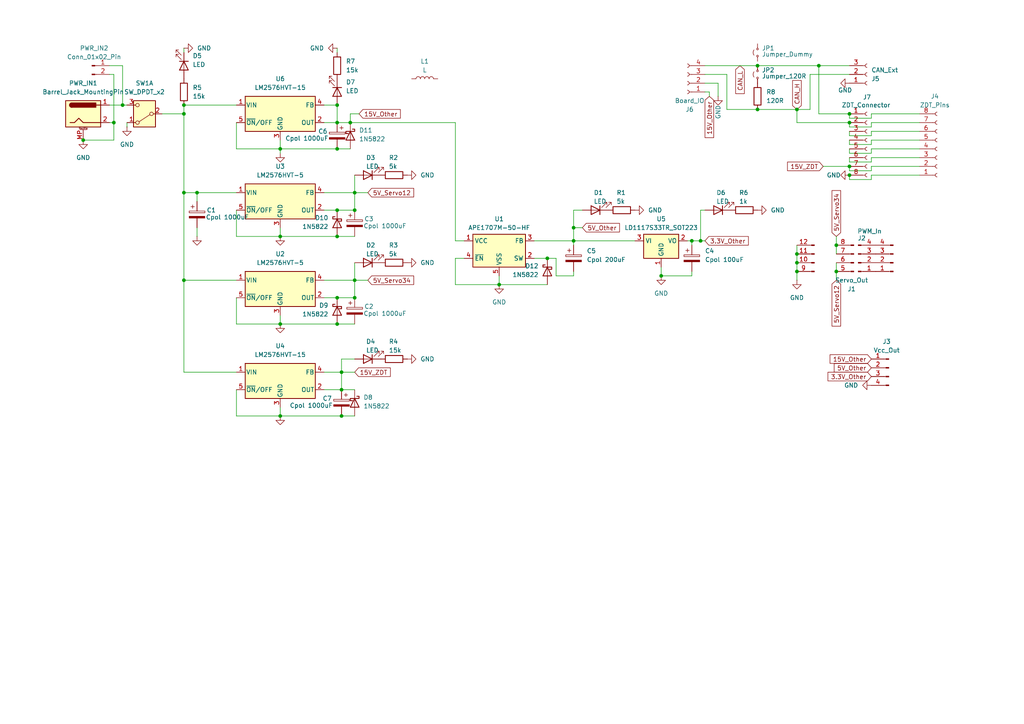
<source format=kicad_sch>
(kicad_sch (version 20250114) (generator "eeschema") (generator_version "9.0")
  (paper "A4")
  (lib_symbols
    (symbol "Connector:Barrel_Jack_MountingPin" (pin_names (hide yes))
      (property "Reference" "J" (at 0 5.334 0))
      (property "Value" "Barrel_Jack_MountingPin" (at 1.27 -6.35 0))
      (symbol "Barrel_Jack_MountingPin_0_1"
        (rectangle (start -5.08 3.81) (end 5.08 -3.81) (stroke (width 0.254)) (fill (type background)))
        (polyline (pts (xy -3.81 -2.54) (xy -2.54 -2.54) (xy -1.27 -1.27) (xy 0 -2.54) (xy 2.54 -2.54) (xy 5.08 -2.54)) (stroke (width 0.254)))
        (arc (start -3.302 1.905) (mid -3.9343 2.54) (end -3.302 3.175) (stroke (width 0.254)))
        (arc (start -3.302 1.905) (mid -3.9343 2.54) (end -3.302 3.175) (stroke (width 0.254)) (fill (type outline)))
        (rectangle (start 3.683 3.175) (end -3.302 1.905) (stroke (width 0.254)) (fill (type outline)))
        (polyline (pts (xy 5.08 2.54) (xy 3.81 2.54)) (stroke (width 0.254)))
      )
      (symbol "Barrel_Jack_MountingPin_1_1"
        (polyline (pts (xy -1.016 -4.572) (xy 1.016 -4.572)) (stroke (width 0.1524)))
        (text "Mounting" (at 0 -4.191 0) (effects (font (size 0.381 0.381))))
        (pin passive line (at 0 -7.62 90) (length 3.048) (name "MountPin") (number "MP"))
        (pin passive line (at 7.62 2.54 180) (length 2.54) (name "~") (number "1"))
        (pin passive line (at 7.62 -2.54 180) (length 2.54) (name "~") (number "2"))
      )
    )
    (symbol "Connector:Conn_01x02_Pin" (pin_names (offset 1.016) (hide yes))
      (property "Reference" "J" (at 0 2.54 0))
      (property "Value" "Conn_01x02_Pin" (at 0 -5.08 0))
      (symbol "Conn_01x02_Pin_1_1"
        (rectangle (start 0.8636 0.127) (end 0 -0.127) (stroke (width 0.1524)) (fill (type outline)))
        (rectangle (start 0.8636 -2.413) (end 0 -2.667) (stroke (width 0.1524)) (fill (type outline)))
        (polyline (pts (xy 1.27 0) (xy 0.8636 0)) (stroke (width 0.1524)))
        (polyline (pts (xy 1.27 -2.54) (xy 0.8636 -2.54)) (stroke (width 0.1524)))
        (pin passive line (at 5.08 0 180) (length 3.81) (name "Pin_1") (number "1"))
        (pin passive line (at 5.08 -2.54 180) (length 3.81) (name "Pin_2") (number "2"))
      )
    )
    (symbol "Connector:Conn_01x03_Socket" (pin_names (offset 1.016) (hide yes))
      (property "Reference" "J" (at 0 5.08 0))
      (property "Value" "Conn_01x03_Socket" (at 0 -5.08 0))
      (symbol "Conn_01x03_Socket_1_1"
        (polyline (pts (xy -1.27 2.54) (xy -0.508 2.54)) (stroke (width 0.1524)))
        (polyline (pts (xy -1.27 0) (xy -0.508 0)) (stroke (width 0.1524)))
        (polyline (pts (xy -1.27 -2.54) (xy -0.508 -2.54)) (stroke (width 0.1524)))
        (arc (start 0 2.032) (mid -0.5058 2.54) (end 0 3.048) (stroke (width 0.1524)))
        (arc (start 0 -0.508) (mid -0.5058 0) (end 0 0.508) (stroke (width 0.1524)))
        (arc (start 0 -3.048) (mid -0.5058 -2.54) (end 0 -2.032) (stroke (width 0.1524)))
        (pin passive line (at -5.08 2.54 0) (length 3.81) (name "Pin_1") (number "1"))
        (pin passive line (at -5.08 0 0) (length 3.81) (name "Pin_2") (number "2"))
        (pin passive line (at -5.08 -2.54 0) (length 3.81) (name "Pin_3") (number "3"))
      )
    )
    (symbol "Connector:Conn_01x04_Pin" (pin_names (offset 1.016) (hide yes))
      (property "Reference" "J" (at 0 5.08 0))
      (property "Value" "Conn_01x04_Pin" (at 0 -7.62 0))
      (symbol "Conn_01x04_Pin_1_1"
        (rectangle (start 0.8636 2.667) (end 0 2.413) (stroke (width 0.1524)) (fill (type outline)))
        (rectangle (start 0.8636 0.127) (end 0 -0.127) (stroke (width 0.1524)) (fill (type outline)))
        (rectangle (start 0.8636 -2.413) (end 0 -2.667) (stroke (width 0.1524)) (fill (type outline)))
        (rectangle (start 0.8636 -4.953) (end 0 -5.207) (stroke (width 0.1524)) (fill (type outline)))
        (polyline (pts (xy 1.27 2.54) (xy 0.8636 2.54)) (stroke (width 0.1524)))
        (polyline (pts (xy 1.27 0) (xy 0.8636 0)) (stroke (width 0.1524)))
        (polyline (pts (xy 1.27 -2.54) (xy 0.8636 -2.54)) (stroke (width 0.1524)))
        (polyline (pts (xy 1.27 -5.08) (xy 0.8636 -5.08)) (stroke (width 0.1524)))
        (pin passive line (at 5.08 2.54 180) (length 3.81) (name "Pin_1") (number "1"))
        (pin passive line (at 5.08 0 180) (length 3.81) (name "Pin_2") (number "2"))
        (pin passive line (at 5.08 -2.54 180) (length 3.81) (name "Pin_3") (number "3"))
        (pin passive line (at 5.08 -5.08 180) (length 3.81) (name "Pin_4") (number "4"))
      )
    )
    (symbol "Connector:Conn_01x04_Socket" (pin_names (offset 1.016) (hide yes))
      (property "Reference" "J" (at 0 5.08 0))
      (property "Value" "Conn_01x04_Socket" (at 0 -7.62 0))
      (symbol "Conn_01x04_Socket_1_1"
        (polyline (pts (xy -1.27 2.54) (xy -0.508 2.54)) (stroke (width 0.1524)))
        (polyline (pts (xy -1.27 0) (xy -0.508 0)) (stroke (width 0.1524)))
        (polyline (pts (xy -1.27 -2.54) (xy -0.508 -2.54)) (stroke (width 0.1524)))
        (polyline (pts (xy -1.27 -5.08) (xy -0.508 -5.08)) (stroke (width 0.1524)))
        (arc (start 0 2.032) (mid -0.5058 2.54) (end 0 3.048) (stroke (width 0.1524)))
        (arc (start 0 -0.508) (mid -0.5058 0) (end 0 0.508) (stroke (width 0.1524)))
        (arc (start 0 -3.048) (mid -0.5058 -2.54) (end 0 -2.032) (stroke (width 0.1524)))
        (arc (start 0 -5.588) (mid -0.5058 -5.08) (end 0 -4.572) (stroke (width 0.1524)))
        (pin passive line (at -5.08 2.54 0) (length 3.81) (name "Pin_1") (number "1"))
        (pin passive line (at -5.08 0 0) (length 3.81) (name "Pin_2") (number "2"))
        (pin passive line (at -5.08 -2.54 0) (length 3.81) (name "Pin_3") (number "3"))
        (pin passive line (at -5.08 -5.08 0) (length 3.81) (name "Pin_4") (number "4"))
      )
    )
    (symbol "Connector:Conn_01x08_Socket" (pin_names (offset 1.016) (hide yes))
      (property "Reference" "J" (at 0 10.16 0))
      (property "Value" "Conn_01x08_Socket" (at 0 -12.7 0))
      (symbol "Conn_01x08_Socket_1_1"
        (polyline (pts (xy -1.27 7.62) (xy -0.508 7.62)) (stroke (width 0.1524)))
        (polyline (pts (xy -1.27 5.08) (xy -0.508 5.08)) (stroke (width 0.1524)))
        (polyline (pts (xy -1.27 2.54) (xy -0.508 2.54)) (stroke (width 0.1524)))
        (polyline (pts (xy -1.27 0) (xy -0.508 0)) (stroke (width 0.1524)))
        (polyline (pts (xy -1.27 -2.54) (xy -0.508 -2.54)) (stroke (width 0.1524)))
        (polyline (pts (xy -1.27 -5.08) (xy -0.508 -5.08)) (stroke (width 0.1524)))
        (polyline (pts (xy -1.27 -7.62) (xy -0.508 -7.62)) (stroke (width 0.1524)))
        (polyline (pts (xy -1.27 -10.16) (xy -0.508 -10.16)) (stroke (width 0.1524)))
        (arc (start 0 7.112) (mid -0.5058 7.62) (end 0 8.128) (stroke (width 0.1524)))
        (arc (start 0 4.572) (mid -0.5058 5.08) (end 0 5.588) (stroke (width 0.1524)))
        (arc (start 0 2.032) (mid -0.5058 2.54) (end 0 3.048) (stroke (width 0.1524)))
        (arc (start 0 -0.508) (mid -0.5058 0) (end 0 0.508) (stroke (width 0.1524)))
        (arc (start 0 -3.048) (mid -0.5058 -2.54) (end 0 -2.032) (stroke (width 0.1524)))
        (arc (start 0 -5.588) (mid -0.5058 -5.08) (end 0 -4.572) (stroke (width 0.1524)))
        (arc (start 0 -8.128) (mid -0.5058 -7.62) (end 0 -7.112) (stroke (width 0.1524)))
        (arc (start 0 -10.668) (mid -0.5058 -10.16) (end 0 -9.652) (stroke (width 0.1524)))
        (pin passive line (at -5.08 7.62 0) (length 3.81) (name "Pin_1") (number "1"))
        (pin passive line (at -5.08 5.08 0) (length 3.81) (name "Pin_2") (number "2"))
        (pin passive line (at -5.08 2.54 0) (length 3.81) (name "Pin_3") (number "3"))
        (pin passive line (at -5.08 0 0) (length 3.81) (name "Pin_4") (number "4"))
        (pin passive line (at -5.08 -2.54 0) (length 3.81) (name "Pin_5") (number "5"))
        (pin passive line (at -5.08 -5.08 0) (length 3.81) (name "Pin_6") (number "6"))
        (pin passive line (at -5.08 -7.62 0) (length 3.81) (name "Pin_7") (number "7"))
        (pin passive line (at -5.08 -10.16 0) (length 3.81) (name "Pin_8") (number "8"))
      )
    )
    (symbol "Device:C_Polarized" (pin_numbers (hide yes)) (pin_names (offset 0.254))
      (property "Reference" "C" (at 0.635 2.54 0))
      (property "Value" "C_Polarized" (at 0.635 -2.54 0))
      (symbol "C_Polarized_0_1"
        (rectangle (start -2.286 0.508) (end 2.286 1.016))
        (polyline (pts (xy -1.778 2.286) (xy -0.762 2.286)))
        (polyline (pts (xy -1.27 2.794) (xy -1.27 1.778)))
        (rectangle (start 2.286 -0.508) (end -2.286 -1.016) (fill (type outline)))
      )
      (symbol "C_Polarized_1_1"
        (pin passive line (at 0 3.81 270) (length 2.794) (name "~") (number "1"))
        (pin passive line (at 0 -3.81 90) (length 2.794) (name "~") (number "2"))
      )
    )
    (symbol "Device:L" (pin_numbers (hide yes)) (pin_names (offset 1.016) (hide yes))
      (property "Reference" "L" (at -1.27 0 90))
      (property "Value" "L" (at 1.905 0 90))
      (symbol "L_0_1"
        (arc (start 0 2.54) (mid 0.6323 1.905) (end 0 1.27))
        (arc (start 0 1.27) (mid 0.6323 0.635) (end 0 0))
        (arc (start 0 0) (mid 0.6323 -0.635) (end 0 -1.27))
        (arc (start 0 -1.27) (mid 0.6323 -1.905) (end 0 -2.54))
      )
      (symbol "L_1_1"
        (pin passive line (at 0 3.81 270) (length 1.27) (name "1") (number "1"))
        (pin passive line (at 0 -3.81 90) (length 1.27) (name "2") (number "2"))
      )
    )
    (symbol "Device:LED" (pin_numbers (hide yes)) (pin_names (offset 1.016) (hide yes))
      (property "Reference" "D" (at 0 2.54 0))
      (property "Value" "LED" (at 0 -2.54 0))
      (symbol "LED_0_1"
        (polyline (pts (xy -3.048 -0.762) (xy -4.572 -2.286) (xy -3.81 -2.286) (xy -4.572 -2.286) (xy -4.572 -1.524)))
        (polyline (pts (xy -1.778 -0.762) (xy -3.302 -2.286) (xy -2.54 -2.286) (xy -3.302 -2.286) (xy -3.302 -1.524)))
        (polyline (pts (xy -1.27 0) (xy 1.27 0)))
        (polyline (pts (xy -1.27 -1.27) (xy -1.27 1.27)) (stroke (width 0.254)))
        (polyline (pts (xy 1.27 -1.27) (xy 1.27 1.27) (xy -1.27 0) (xy 1.27 -1.27)) (stroke (width 0.254)))
      )
      (symbol "LED_1_1"
        (pin passive line (at -3.81 0 0) (length 2.54) (name "K") (number "1"))
        (pin passive line (at 3.81 0 180) (length 2.54) (name "A") (number "2"))
      )
    )
    (symbol "Device:R" (pin_numbers (hide yes)) (pin_names (offset 0))
      (property "Reference" "R" (at 2.032 0 90))
      (property "Value" "R" (at 0 0 90))
      (symbol "R_0_1"
        (rectangle (start -1.016 -2.54) (end 1.016 2.54) (stroke (width 0.254)))
      )
      (symbol "R_1_1"
        (pin passive line (at 0 3.81 270) (length 1.27) (name "~") (number "1"))
        (pin passive line (at 0 -3.81 90) (length 1.27) (name "~") (number "2"))
      )
    )
    (symbol "Diode:1N5822" (pin_numbers (hide yes)) (pin_names (offset 1.016) (hide yes))
      (property "Reference" "D" (at 0 2.54 0))
      (property "Value" "1N5822" (at 0 -2.54 0))
      (symbol "1N5822_0_1"
        (polyline (pts (xy -1.905 0.635) (xy -1.905 1.27) (xy -1.27 1.27) (xy -1.27 -1.27) (xy -0.635 -1.27) (xy -0.635 -0.635)) (stroke (width 0.254)))
        (polyline (pts (xy 1.27 1.27) (xy 1.27 -1.27) (xy -1.27 0) (xy 1.27 1.27)) (stroke (width 0.254)))
        (polyline (pts (xy 1.27 0) (xy -1.27 0)))
      )
      (symbol "1N5822_1_1"
        (pin passive line (at -3.81 0 0) (length 2.54) (name "K") (number "1"))
        (pin passive line (at 3.81 0 180) (length 2.54) (name "A") (number "2"))
      )
    )
    (symbol "Jumper:Jumper_2_Small_Open" (pin_numbers (hide yes)) (pin_names (offset 0) (hide yes))
      (property "Reference" "JP" (at 0 2.794 0))
      (property "Value" "Jumper_2_Small_Open" (at 0 -2.286 0))
      (symbol "Jumper_2_Small_Open_0_0"
        (circle (center -1.016 0) (radius 0.254))
        (circle (center 1.016 0) (radius 0.254))
      )
      (symbol "Jumper_2_Small_Open_0_1"
        (arc (start -0.762 1.0196) (mid 0 1.2729) (end 0.762 1.0196))
      )
      (symbol "Jumper_2_Small_Open_1_1"
        (pin passive line (at -2.54 0 0) (length 1.27) (name "A") (number "1"))
        (pin passive line (at 2.54 0 180) (length 1.27) (name "B") (number "2"))
      )
    )
    (symbol "Regulator_Linear:LD1117S33TR_SOT223"
      (property "Reference" "U" (at -3.81 3.175 0))
      (property "Value" "LD1117S33TR_SOT223" (at 0 3.175 0))
      (symbol "LD1117S33TR_SOT223_0_1"
        (rectangle (start -5.08 -5.08) (end 5.08 1.905) (stroke (width 0.254)) (fill (type background)))
      )
      (symbol "LD1117S33TR_SOT223_1_1"
        (pin power_in line (at -7.62 0 0) (length 2.54) (name "VI") (number "3"))
        (pin power_in line (at 0 -7.62 90) (length 2.54) (name "GND") (number "1"))
        (pin power_out line (at 7.62 0 180) (length 2.54) (name "VO") (number "2"))
      )
    )
    (symbol "Regulator_Switching:APE1707M-50-HF"
      (property "Reference" "U" (at -7.62 5.715 0))
      (property "Value" "APE1707M-50-HF" (at 0 5.715 0))
      (symbol "APE1707M-50-HF_0_1"
        (rectangle (start -7.62 4.445) (end 7.62 -5.08) (stroke (width 0.254)) (fill (type background)))
      )
      (symbol "APE1707M-50-HF_1_1"
        (pin power_in line (at -10.16 2.54 0) (length 2.54) (name "VCC") (number "1"))
        (pin input line (at -10.16 -2.54 0) (length 2.54) (name "~{EN}") (number "4"))
        (pin power_in line (at 0 -7.62 90) (length 2.54) (name "VSS") (number "5"))
        (pin passive line (at 0 -7.62 90) (length 2.54) (hide yes) (name "VSS") (number "6"))
        (pin passive line (at 0 -7.62 90) (length 2.54) (hide yes) (name "VSS") (number "7"))
        (pin passive line (at 0 -7.62 90) (length 2.54) (hide yes) (name "VSS") (number "8"))
        (pin input line (at 10.16 2.54 180) (length 2.54) (name "FB") (number "3"))
        (pin output line (at 10.16 -2.54 180) (length 2.54) (name "SW") (number "2"))
      )
    )
    (symbol "Regulator_Switching:LM2576HVT-15" (pin_names (offset 0.254))
      (property "Reference" "U" (at -10.16 6.35 0))
      (property "Value" "LM2576HVT-15" (at 0 6.35 0))
      (symbol "LM2576HVT-15_0_1"
        (rectangle (start -10.16 5.08) (end 10.16 -5.08) (stroke (width 0.254)) (fill (type background)))
      )
      (symbol "LM2576HVT-15_1_1"
        (pin power_in line (at -12.7 2.54 0) (length 2.54) (name "VIN") (number "1"))
        (pin input line (at -12.7 -2.54 0) (length 2.54) (name "~{ON}/OFF") (number "5"))
        (pin power_in line (at 0 -7.62 90) (length 2.54) (name "GND") (number "3"))
        (pin input line (at 12.7 2.54 180) (length 2.54) (name "FB") (number "4"))
        (pin output line (at 12.7 -2.54 180) (length 2.54) (name "OUT") (number "2"))
      )
    )
    (symbol "Regulator_Switching:LM2576HVT-5" (pin_names (offset 0.254))
      (property "Reference" "U" (at -10.16 6.35 0))
      (property "Value" "LM2576HVT-5" (at 0 6.35 0))
      (symbol "LM2576HVT-5_0_1"
        (rectangle (start -10.16 5.08) (end 10.16 -5.08) (stroke (width 0.254)) (fill (type background)))
      )
      (symbol "LM2576HVT-5_1_1"
        (pin power_in line (at -12.7 2.54 0) (length 2.54) (name "VIN") (number "1"))
        (pin input line (at -12.7 -2.54 0) (length 2.54) (name "~{ON}/OFF") (number "5"))
        (pin power_in line (at 0 -7.62 90) (length 2.54) (name "GND") (number "3"))
        (pin input line (at 12.7 2.54 180) (length 2.54) (name "FB") (number "4"))
        (pin output line (at 12.7 -2.54 180) (length 2.54) (name "OUT") (number "2"))
      )
    )
    (symbol "Switch:SW_DPDT_x2" (pin_names (offset 0) (hide yes))
      (property "Reference" "SW" (at 0 5.08 0))
      (property "Value" "SW_DPDT_x2" (at 0 -5.08 0))
      (symbol "SW_DPDT_x2_0_0"
        (circle (center -2.032 0) (radius 0.508))
        (circle (center 2.032 -2.54) (radius 0.508))
      )
      (symbol "SW_DPDT_x2_0_1"
        (rectangle (start -3.175 3.81) (end 3.175 -3.81) (stroke (width 0.254)) (fill (type background)))
        (polyline (pts (xy -1.524 0.254) (xy 1.5748 2.286)))
        (circle (center 2.032 2.54) (radius 0.508))
      )
      (symbol "SW_DPDT_x2_1_1"
        (pin passive line (at -5.08 0 0) (length 2.54) (name "B") (number "2"))
        (pin passive line (at 5.08 2.54 180) (length 2.54) (name "A") (number "1"))
        (pin passive line (at 5.08 -2.54 180) (length 2.54) (name "C") (number "3"))
      )
      (symbol "SW_DPDT_x2_2_1"
        (pin passive line (at -5.08 0 0) (length 2.54) (name "B") (number "5"))
        (pin passive line (at 5.08 2.54 180) (length 2.54) (name "A") (number "4"))
        (pin passive line (at 5.08 -2.54 180) (length 2.54) (name "C") (number "6"))
      )
    )
    (symbol "custom:Conn_01x04_Pin" (pin_names (offset 1.016) (hide yes))
      (property "Reference" "J9" (at -10.795 7.62 0))
      (property "Value" "Conn_03x04_Pin" (at -10.795 5.08 0))
      (symbol "Conn_01x04_Pin_1_1"
        (rectangle (start -21.9964 2.667) (end -22.86 2.413) (stroke (width 0.1524)) (fill (type outline)))
        (rectangle (start -21.9964 0.127) (end -22.86 -0.127) (stroke (width 0.1524)) (fill (type outline)))
        (rectangle (start -21.9964 -2.413) (end -22.86 -2.667) (stroke (width 0.1524)) (fill (type outline)))
        (rectangle (start -21.9964 -4.953) (end -22.86 -5.207) (stroke (width 0.1524)) (fill (type outline)))
        (polyline (pts (xy -21.59 2.54) (xy -21.9964 2.54)) (stroke (width 0.1524)))
        (polyline (pts (xy -21.59 0) (xy -21.9964 0)) (stroke (width 0.1524)))
        (polyline (pts (xy -21.59 -2.54) (xy -21.9964 -2.54)) (stroke (width 0.1524)))
        (polyline (pts (xy -21.59 -5.08) (xy -21.9964 -5.08)) (stroke (width 0.1524)))
        (rectangle (start -10.5664 2.667) (end -11.43 2.413) (stroke (width 0.1524)) (fill (type outline)))
        (rectangle (start -10.5664 0.127) (end -11.43 -0.127) (stroke (width 0.1524)) (fill (type outline)))
        (rectangle (start -10.5664 -2.413) (end -11.43 -2.667) (stroke (width 0.1524)) (fill (type outline)))
        (rectangle (start -10.5664 -4.953) (end -11.43 -5.207) (stroke (width 0.1524)) (fill (type outline)))
        (polyline (pts (xy -10.16 2.54) (xy -10.5664 2.54)) (stroke (width 0.1524)))
        (polyline (pts (xy -10.16 0) (xy -10.5664 0)) (stroke (width 0.1524)))
        (polyline (pts (xy -10.16 -2.54) (xy -10.5664 -2.54)) (stroke (width 0.1524)))
        (polyline (pts (xy -10.16 -5.08) (xy -10.5664 -5.08)) (stroke (width 0.1524)))
        (rectangle (start 0.8636 2.667) (end 0 2.413) (stroke (width 0.1524)) (fill (type outline)))
        (rectangle (start 0.8636 0.127) (end 0 -0.127) (stroke (width 0.1524)) (fill (type outline)))
        (rectangle (start 0.8636 -2.413) (end 0 -2.667) (stroke (width 0.1524)) (fill (type outline)))
        (rectangle (start 0.8636 -4.953) (end 0 -5.207) (stroke (width 0.1524)) (fill (type outline)))
        (polyline (pts (xy 1.27 2.54) (xy 0.8636 2.54)) (stroke (width 0.1524)))
        (polyline (pts (xy 1.27 0) (xy 0.8636 0)) (stroke (width 0.1524)))
        (polyline (pts (xy 1.27 -2.54) (xy 0.8636 -2.54)) (stroke (width 0.1524)))
        (polyline (pts (xy 1.27 -5.08) (xy 0.8636 -5.08)) (stroke (width 0.1524)))
        (pin passive line (at -17.78 2.54 180) (length 3.81) (name "Pin_1") (number "1"))
        (pin passive line (at -17.78 0 180) (length 3.81) (name "Pin_2") (number "2"))
        (pin passive line (at -17.78 -2.54 180) (length 3.81) (name "Pin_3") (number "3"))
        (pin passive line (at -17.78 -5.08 180) (length 3.81) (name "Pin_4") (number "4"))
        (pin passive line (at -6.35 2.54 180) (length 3.81) (name "Pin_5") (number "5"))
        (pin passive line (at -6.35 0 180) (length 3.81) (name "Pin_6") (number "6"))
        (pin passive line (at -6.35 -2.54 180) (length 3.81) (name "Pin_7") (number "7"))
        (pin passive line (at -6.35 -5.08 180) (length 3.81) (name "Pin_8") (number "8"))
        (pin passive line (at 5.08 2.54 180) (length 3.81) (name "Pin_9") (number "9"))
        (pin passive line (at 5.08 0 180) (length 3.81) (name "Pin_10") (number "10"))
        (pin passive line (at 5.08 -2.54 180) (length 3.81) (name "Pin_11") (number "11"))
        (pin passive line (at 5.08 -5.08 180) (length 3.81) (name "Pin_12") (number "12"))
      )
    )
    (symbol "power:GND" (power) (pin_numbers (hide yes)) (pin_names (offset 0) (hide yes))
      (property "Value" "GND" (at 0 -3.81 0))
      (symbol "GND_0_1"
        (polyline (pts (xy 0 0) (xy 0 -1.27) (xy 1.27 -1.27) (xy 0 -2.54) (xy -1.27 -1.27) (xy 0 -1.27)))
      )
      (symbol "GND_1_1"
        (pin power_in line (at 0 0 270) (length 0) (name "~") (number "1"))
      )
    )
  )
  (junction (at 53.34 33.02))
  (junction (at 219.71 31.75))
  (junction (at 35.56 30.48))
  (junction (at 246.38 35.56))
  (junction (at 200.66 69.85))
  (junction (at 99.06 113.03))
  (junction (at 246.38 50.8))
  (junction (at 158.75 74.93))
  (junction (at 81.28 43.18))
  (junction (at 101.6 35.56))
  (junction (at 231.14 31.75))
  (junction (at 33.02 35.56))
  (junction (at 81.28 120.65))
  (junction (at 203.2 69.85))
  (junction (at 97.79 35.56))
  (junction (at 81.28 93.98))
  (junction (at 144.78 82.55))
  (junction (at 231.14 73.66))
  (junction (at 97.79 60.96))
  (junction (at 102.87 86.36))
  (junction (at 97.79 93.98))
  (junction (at 242.57 78.74))
  (junction (at 53.34 81.28))
  (junction (at 231.14 78.74))
  (junction (at 99.06 120.65))
  (junction (at 97.79 86.36))
  (junction (at 57.15 55.88))
  (junction (at 81.28 68.58))
  (junction (at 102.87 81.28))
  (junction (at 97.79 30.48))
  (junction (at 99.06 107.95))
  (junction (at 166.37 69.85))
  (junction (at 246.38 48.26))
  (junction (at 102.87 55.88))
  (junction (at 242.57 71.12))
  (junction (at 246.38 33.02))
  (junction (at 166.37 66.04))
  (junction (at 219.71 19.05))
  (junction (at 102.87 60.96))
  (junction (at 231.14 76.2))
  (junction (at 97.79 43.18))
  (junction (at 191.77 80.01))
  (junction (at 24.13 40.64))
  (junction (at 97.79 68.58))
  (junction (at 237.49 19.05))
  (junction (at 53.34 30.48))
  (junction (at 53.34 55.88))
  (wire (pts (xy 246.38 46.99) (xy 252.73 46.99)))
  (wire (pts (xy 57.15 58.42) (xy 57.15 55.88)))
  (wire (pts (xy 246.38 36.83) (xy 252.73 36.83)))
  (wire (pts (xy 252.73 44.45) (xy 246.38 44.45)))
  (wire (pts (xy 68.58 68.58) (xy 81.28 68.58)))
  (wire (pts (xy 53.34 107.95) (xy 68.58 107.95)))
  (wire (pts (xy 161.29 74.93) (xy 161.29 80.01)))
  (wire (pts (xy 246.38 44.45) (xy 246.38 43.18)))
  (wire (pts (xy 31.75 19.05) (xy 35.56 19.05)))
  (wire (pts (xy 144.78 82.55) (xy 158.75 82.55)))
  (wire (pts (xy 200.66 69.85) (xy 199.39 69.85)))
  (wire (pts (xy 252.73 49.53) (xy 246.38 49.53)))
  (wire (pts (xy 102.87 50.8) (xy 102.87 55.88)))
  (wire (pts (xy 68.58 86.36) (xy 68.58 93.98)))
  (wire (pts (xy 252.73 38.1) (xy 266.7 38.1)))
  (wire (pts (xy 33.02 21.59) (xy 33.02 35.56)))
  (wire (pts (xy 97.79 35.56) (xy 101.6 35.56)))
  (wire (pts (xy 200.66 69.85) (xy 200.66 71.12)))
  (wire (pts (xy 231.14 73.66) (xy 231.14 76.2)))
  (wire (pts (xy 166.37 66.04) (xy 166.37 69.85)))
  (wire (pts (xy 53.34 30.48) (xy 53.34 33.02)))
  (wire (pts (xy 132.08 69.85) (xy 134.62 69.85)))
  (wire (pts (xy 102.87 55.88) (xy 93.98 55.88)))
  (wire (pts (xy 158.75 74.93) (xy 161.29 74.93)))
  (wire (pts (xy 219.71 31.75) (xy 210.82 31.75)))
  (wire (pts (xy 53.34 55.88) (xy 53.34 81.28)))
  (wire (pts (xy 81.28 93.98) (xy 81.28 91.44)))
  (wire (pts (xy 35.56 19.05) (xy 35.56 30.48)))
  (wire (pts (xy 68.58 93.98) (xy 81.28 93.98)))
  (wire (pts (xy 252.73 40.64) (xy 266.7 40.64)))
  (wire (pts (xy 237.49 33.02) (xy 246.38 33.02)))
  (wire (pts (xy 191.77 77.47) (xy 191.77 80.01)))
  (wire (pts (xy 204.47 19.05) (xy 219.71 19.05)))
  (wire (pts (xy 97.79 86.36) (xy 102.87 86.36)))
  (wire (pts (xy 252.73 48.26) (xy 252.73 49.53)))
  (wire (pts (xy 246.38 52.07) (xy 252.73 52.07)))
  (wire (pts (xy 242.57 76.2) (xy 242.57 78.74)))
  (wire (pts (xy 204.47 24.13) (xy 208.28 24.13)))
  (wire (pts (xy 246.38 41.91) (xy 252.73 41.91)))
  (wire (pts (xy 24.13 40.64) (xy 33.02 40.64)))
  (wire (pts (xy 208.28 24.13) (xy 208.28 27.94)))
  (wire (pts (xy 231.14 76.2) (xy 231.14 78.74)))
  (wire (pts (xy 204.47 69.85) (xy 203.2 69.85)))
  (wire (pts (xy 246.38 39.37) (xy 252.73 39.37)))
  (wire (pts (xy 31.75 21.59) (xy 33.02 21.59)))
  (wire (pts (xy 154.94 74.93) (xy 158.75 74.93)))
  (wire (pts (xy 81.28 43.18) (xy 97.79 43.18)))
  (wire (pts (xy 53.34 33.02) (xy 53.34 55.88)))
  (wire (pts (xy 252.73 34.29) (xy 252.73 33.02)))
  (wire (pts (xy 132.08 74.93) (xy 132.08 82.55)))
  (wire (pts (xy 246.38 45.72) (xy 246.38 46.99)))
  (wire (pts (xy 33.02 35.56) (xy 33.02 40.64)))
  (wire (pts (xy 35.56 30.48) (xy 31.75 30.48)))
  (wire (pts (xy 246.38 50.8) (xy 246.38 52.07)))
  (wire (pts (xy 219.71 19.05) (xy 237.49 19.05)))
  (wire (pts (xy 266.7 43.18) (xy 252.73 43.18)))
  (wire (pts (xy 53.34 81.28) (xy 68.58 81.28)))
  (wire (pts (xy 252.73 50.8) (xy 266.7 50.8)))
  (wire (pts (xy 166.37 66.04) (xy 168.91 66.04)))
  (wire (pts (xy 93.98 60.96) (xy 97.79 60.96)))
  (wire (pts (xy 97.79 93.98) (xy 102.87 93.98)))
  (wire (pts (xy 31.75 35.56) (xy 33.02 35.56)))
  (wire (pts (xy 68.58 120.65) (xy 81.28 120.65)))
  (wire (pts (xy 102.87 81.28) (xy 102.87 86.36)))
  (wire (pts (xy 242.57 68.58) (xy 242.57 71.12)))
  (wire (pts (xy 231.14 31.75) (xy 231.14 35.56)))
  (wire (pts (xy 53.34 81.28) (xy 53.34 107.95)))
  (wire (pts (xy 101.6 33.02) (xy 104.14 33.02)))
  (wire (pts (xy 200.66 80.01) (xy 200.66 78.74)))
  (wire (pts (xy 93.98 86.36) (xy 97.79 86.36)))
  (wire (pts (xy 203.2 60.96) (xy 204.47 60.96)))
  (wire (pts (xy 81.28 93.98) (xy 97.79 93.98)))
  (wire (pts (xy 166.37 60.96) (xy 166.37 66.04)))
  (wire (pts (xy 101.6 33.02) (xy 101.6 35.56)))
  (wire (pts (xy 102.87 81.28) (xy 106.68 81.28)))
  (wire (pts (xy 68.58 43.18) (xy 81.28 43.18)))
  (wire (pts (xy 252.73 39.37) (xy 252.73 38.1)))
  (wire (pts (xy 36.83 35.56) (xy 36.83 36.83)))
  (wire (pts (xy 81.28 68.58) (xy 97.79 68.58)))
  (wire (pts (xy 81.28 44.45) (xy 81.28 43.18)))
  (wire (pts (xy 166.37 78.74) (xy 166.37 80.01)))
  (wire (pts (xy 246.38 34.29) (xy 252.73 34.29)))
  (wire (pts (xy 97.79 43.18) (xy 101.6 43.18)))
  (wire (pts (xy 144.78 80.01) (xy 144.78 82.55)))
  (wire (pts (xy 266.7 48.26) (xy 252.73 48.26)))
  (wire (pts (xy 203.2 60.96) (xy 203.2 69.85)))
  (wire (pts (xy 97.79 13.97) (xy 97.79 15.24)))
  (wire (pts (xy 36.83 30.48) (xy 35.56 30.48)))
  (wire (pts (xy 81.28 43.18) (xy 81.28 40.64)))
  (wire (pts (xy 99.06 120.65) (xy 102.87 120.65)))
  (wire (pts (xy 246.38 35.56) (xy 246.38 36.83)))
  (wire (pts (xy 203.2 69.85) (xy 200.66 69.85)))
  (wire (pts (xy 191.77 80.01) (xy 200.66 80.01)))
  (wire (pts (xy 252.73 52.07) (xy 252.73 50.8)))
  (wire (pts (xy 252.73 43.18) (xy 252.73 44.45)))
  (wire (pts (xy 166.37 69.85) (xy 166.37 71.12)))
  (wire (pts (xy 252.73 35.56) (xy 266.7 35.56)))
  (wire (pts (xy 252.73 41.91) (xy 252.73 40.64)))
  (wire (pts (xy 101.6 35.56) (xy 132.08 35.56)))
  (wire (pts (xy 102.87 55.88) (xy 106.68 55.88)))
  (wire (pts (xy 234.95 21.59) (xy 234.95 31.75)))
  (wire (pts (xy 242.57 71.12) (xy 242.57 73.66)))
  (wire (pts (xy 97.79 68.58) (xy 102.87 68.58)))
  (wire (pts (xy 231.14 71.12) (xy 231.14 73.66)))
  (wire (pts (xy 57.15 66.04) (xy 57.15 68.58)))
  (wire (pts (xy 132.08 74.93) (xy 134.62 74.93)))
  (wire (pts (xy 57.15 55.88) (xy 68.58 55.88)))
  (wire (pts (xy 210.82 21.59) (xy 210.82 31.75)))
  (wire (pts (xy 102.87 107.95) (xy 99.06 107.95)))
  (wire (pts (xy 168.91 60.96) (xy 166.37 60.96)))
  (wire (pts (xy 246.38 49.53) (xy 246.38 48.26)))
  (wire (pts (xy 246.38 33.02) (xy 246.38 34.29)))
  (wire (pts (xy 93.98 35.56) (xy 97.79 35.56)))
  (wire (pts (xy 231.14 78.74) (xy 231.14 81.28)))
  (wire (pts (xy 53.34 30.48) (xy 68.58 30.48)))
  (wire (pts (xy 81.28 120.65) (xy 81.28 118.11)))
  (wire (pts (xy 93.98 113.03) (xy 99.06 113.03)))
  (wire (pts (xy 166.37 69.85) (xy 184.15 69.85)))
  (wire (pts (xy 93.98 107.95) (xy 99.06 107.95)))
  (wire (pts (xy 102.87 76.2) (xy 102.87 81.28)))
  (wire (pts (xy 97.79 35.56) (xy 97.79 30.48)))
  (wire (pts (xy 205.74 26.67) (xy 204.47 26.67)))
  (wire (pts (xy 53.34 15.24) (xy 53.34 13.97)))
  (wire (pts (xy 231.14 35.56) (xy 246.38 35.56)))
  (wire (pts (xy 68.58 35.56) (xy 68.58 43.18)))
  (wire (pts (xy 53.34 55.88) (xy 57.15 55.88)))
  (wire (pts (xy 252.73 45.72) (xy 266.7 45.72)))
  (wire (pts (xy 99.06 113.03) (xy 99.06 107.95)))
  (wire (pts (xy 53.34 33.02) (xy 46.99 33.02)))
  (wire (pts (xy 132.08 35.56) (xy 132.08 69.85)))
  (wire (pts (xy 68.58 113.03) (xy 68.58 120.65)))
  (wire (pts (xy 97.79 60.96) (xy 102.87 60.96)))
  (wire (pts (xy 252.73 46.99) (xy 252.73 45.72)))
  (wire (pts (xy 99.06 113.03) (xy 102.87 113.03)))
  (wire (pts (xy 204.47 21.59) (xy 210.82 21.59)))
  (wire (pts (xy 252.73 36.83) (xy 252.73 35.56)))
  (wire (pts (xy 102.87 60.96) (xy 102.87 55.88)))
  (wire (pts (xy 246.38 38.1) (xy 246.38 39.37)))
  (wire (pts (xy 102.87 81.28) (xy 93.98 81.28)))
  (wire (pts (xy 234.95 21.59) (xy 246.38 21.59)))
  (wire (pts (xy 81.28 120.65) (xy 99.06 120.65)))
  (wire (pts (xy 93.98 30.48) (xy 97.79 30.48)))
  (wire (pts (xy 252.73 33.02) (xy 266.7 33.02)))
  (wire (pts (xy 81.28 68.58) (xy 81.28 66.04)))
  (wire (pts (xy 102.87 104.14) (xy 99.06 104.14)))
  (wire (pts (xy 238.76 48.26) (xy 246.38 48.26)))
  (wire (pts (xy 68.58 60.96) (xy 68.58 68.58)))
  (wire (pts (xy 246.38 40.64) (xy 246.38 41.91)))
  (wire (pts (xy 132.08 82.55) (xy 144.78 82.55)))
  (wire (pts (xy 242.57 78.74) (xy 242.57 81.28)))
  (wire (pts (xy 237.49 19.05) (xy 237.49 33.02)))
  (wire (pts (xy 99.06 104.14) (xy 99.06 107.95)))
  (wire (pts (xy 161.29 80.01) (xy 166.37 80.01)))
  (wire (pts (xy 219.71 31.75) (xy 231.14 31.75)))
  (wire (pts (xy 154.94 69.85) (xy 166.37 69.85)))
  (wire (pts (xy 237.49 19.05) (xy 246.38 19.05)))
  (wire (pts (xy 205.74 26.67) (xy 205.74 27.94)))
  (wire (pts (xy 231.14 31.75) (xy 234.95 31.75)))
  (global_label "5V_Other" (shape input) (at 168.91 66.04 0) (property "Intersheetrefs" "${INTERSHEET_REFS}" (effects (hide yes))))
  (global_label "CAN_H" (shape input) (at 231.14 31.75 90) (property "Intersheetrefs" "${INTERSHEET_REFS}" (effects (hide yes))))
  (global_label "5V_Other" (shape input) (at 252.73 106.68 180) (property "Intersheetrefs" "${INTERSHEET_REFS}" (effects (hide yes))))
  (global_label "15V_Other" (shape input) (at 205.74 27.94 270) (property "Intersheetrefs" "${INTERSHEET_REFS}" (effects (hide yes))))
  (global_label "15V_Other" (shape input) (at 252.73 104.14 180) (property "Intersheetrefs" "${INTERSHEET_REFS}" (effects (hide yes))))
  (global_label "CAN_L" (shape input) (at 214.63 19.05 270) (property "Intersheetrefs" "${INTERSHEET_REFS}" (effects (hide yes))))
  (global_label "5V_Servo12" (shape input) (at 106.68 55.88 0) (property "Intersheetrefs" "${INTERSHEET_REFS}" (effects (hide yes))))
  (global_label "5V_Servo34" (shape input) (at 242.57 68.58 90) (property "Intersheetrefs" "${INTERSHEET_REFS}" (effects (hide yes))))
  (global_label "3.3V_Other" (shape input) (at 204.47 69.85 0) (property "Intersheetrefs" "${INTERSHEET_REFS}" (effects (hide yes))))
  (global_label "15V_ZDT" (shape input) (at 102.87 107.95 0) (property "Intersheetrefs" "${INTERSHEET_REFS}" (effects (hide yes))))
  (global_label "5V_Servo34" (shape input) (at 106.68 81.28 0) (property "Intersheetrefs" "${INTERSHEET_REFS}" (effects (hide yes))))
  (global_label "3.3V_Other" (shape input) (at 252.73 109.22 180) (property "Intersheetrefs" "${INTERSHEET_REFS}" (effects (hide yes))))
  (global_label "15V_Other" (shape input) (at 104.14 33.02 0) (property "Intersheetrefs" "${INTERSHEET_REFS}" (effects (hide yes))))
  (global_label "5V_Servo12" (shape input) (at 242.57 81.28 270) (property "Intersheetrefs" "${INTERSHEET_REFS}" (effects (hide yes))))
  (global_label "15V_ZDT" (shape input) (at 238.76 48.26 180) (property "Intersheetrefs" "${INTERSHEET_REFS}" (effects (hide yes))))
  (symbol (lib_id "power:GND") (at 246.38 50.8 270) (unit 1)
    (property "Reference" "#PWR05" (effects (hide yes)))
    (property "Value" "GND" (at 241.808 50.8 90))
    (property "Description" "Power symbol creates a global label with name \"GND\" , ground" (effects (hide yes)))
  )
  (symbol (lib_id "Device:C_Polarized") (at 57.15 62.23 0) (unit 1)
    (property "Reference" "C1" (at 59.944 60.96 0) (effects (justify left)))
    (property "Value" "Cpol 1000uF" (at 59.69 62.992 0) (effects (justify left)))
    (property "Footprint" "Capacitor_THT:CP_Radial_D10.0mm_P5.00mm" (effects (hide yes)))
    (property "Description" "Polarized capacitor" (effects (hide yes)))
  )
  (symbol (lib_id "power:GND") (at 118.11 50.8 90) (unit 1)
    (property "Reference" "#PWR014" (effects (hide yes)))
    (property "Value" "GND" (at 121.92 50.7999 90) (effects (justify right)))
    (property "Description" "Power symbol creates a global label with name \"GND\" , ground" (effects (hide yes)))
  )
  (symbol (lib_id "power:GND") (at 53.34 13.97 90) (unit 1)
    (property "Reference" "#PWR09" (effects (hide yes)))
    (property "Value" "GND" (at 57.15 13.9699 90) (effects (justify right)))
    (property "Description" "Power symbol creates a global label with name \"GND\" , ground" (effects (hide yes)))
  )
  (symbol (lib_id "Regulator_Linear:LD1117S33TR_SOT223") (at 191.77 69.85 0) (unit 1)
    (property "Reference" "U5" (at 191.77 63.5 0))
    (property "Value" "LD1117S33TR_SOT223" (at 191.77 66.04 0))
    (property "Footprint" "Package_TO_SOT_SMD:SOT-223-3_TabPin2" (effects (hide yes)))
    (property "Datasheet" "http://www.st.com/st-web-ui/static/active/en/resource/technical/document/datasheet/CD00000544.pdf" (effects (hide yes)))
    (property "Description" "800mA Fixed Low Drop Positive Voltage Regulator, Fixed Output 3.3V, SOT-223" (effects (hide yes)))
  )
  (symbol (lib_id "Device:R") (at 215.9 60.96 270) (unit 1)
    (property "Reference" "R6" (at 214.376 55.88 90) (effects (justify left)))
    (property "Value" "1k" (at 214.376 58.42 90) (effects (justify left)))
    (property "Footprint" "Resistor_SMD:R_0805_2012Metric_Pad1.20x1.40mm_HandSolder" (effects (hide yes)))
    (property "Description" "Resistor" (effects (hide yes)))
  )
  (symbol (lib_id "Device:LED") (at 208.28 60.96 180) (unit 1)
    (property "Reference" "D6" (at 207.772 55.88 0) (effects (justify right)))
    (property "Value" "LED" (at 207.772 58.42 0) (effects (justify right)))
    (property "Footprint" "LED_SMD:LED_0805_2012Metric_Pad1.15x1.40mm_HandSolder" (effects (hide yes)))
    (property "Description" "Light emitting diode" (effects (hide yes)))
    (property "Sim.Pins" "1=K 2=A" (effects (hide yes)))
  )
  (symbol (lib_id "power:GND") (at 208.28 27.94 0) (unit 1)
    (property "Reference" "#PWR03" (effects (hide yes)))
    (property "Value" "GND" (at 208.28 30.48 90) (effects (justify right)))
    (property "Description" "Power symbol creates a global label with name \"GND\" , ground" (effects (hide yes)))
  )
  (symbol (lib_id "Device:C_Polarized") (at 166.37 74.93 0) (unit 1)
    (property "Reference" "C5" (at 170.18 72.7709 0) (effects (justify left)))
    (property "Value" "Cpol 200uF" (at 170.18 75.3109 0) (effects (justify left)))
    (property "Footprint" "Capacitor_THT:CP_Radial_D6.3mm_P2.50mm" (effects (hide yes)))
    (property "Description" "Polarized capacitor" (effects (hide yes)))
  )
  (symbol (lib_id "Device:LED") (at 53.34 19.05 270) (unit 1)
    (property "Reference" "D5" (at 55.88 16.1924 90) (effects (justify left)))
    (property "Value" "LED" (at 55.88 18.7324 90) (effects (justify left)))
    (property "Footprint" "LED_SMD:LED_0805_2012Metric_Pad1.15x1.40mm_HandSolder" (effects (hide yes)))
    (property "Description" "Light emitting diode" (effects (hide yes)))
    (property "Sim.Pins" "1=K 2=A" (effects (hide yes)))
  )
  (symbol (lib_id "power:GND") (at 252.73 111.76 270) (unit 1)
    (property "Reference" "#PWR011" (effects (hide yes)))
    (property "Value" "GND" (at 248.92 111.7599 90) (effects (justify right)))
    (property "Description" "Power symbol creates a global label with name \"GND\" , ground" (effects (hide yes)))
  )
  (symbol (lib_id "Connector:Conn_01x04_Pin") (at 248.92 76.2 0) (mirror x) (unit 1)
    (property "Reference" "J2" (at 249.936 69.088 0))
    (property "Value" "PWM_In" (at 252.222 67.056 0))
    (property "Footprint" "Connector_PinHeader_2.54mm:PinHeader_1x04_P2.54mm_Vertical" (effects (hide yes)))
    (property "Description" "Generic connector, single row, 01x04, script generated" (effects (hide yes)))
  )
  (symbol (lib_id "Connector:Conn_01x02_Pin") (at 26.67 19.05 0) (unit 1)
    (property "Reference" "PWR_IN2" (at 27.305 13.97 0))
    (property "Value" "Conn_01x02_Pin" (at 27.305 16.51 0))
    (property "Footprint" "Connector_PinHeader_2.54mm:PinHeader_1x02_P2.54mm_Vertical" (effects (hide yes)))
    (property "Description" "Generic connector, single row, 01x02, script generated" (effects (hide yes)))
  )
  (symbol (lib_id "Jumper:Jumper_2_Small_Open") (at 219.71 21.59 90) (unit 1)
    (property "Reference" "JP2" (at 220.98 20.3199 90) (effects (justify right)))
    (property "Value" "Jumper_120R" (at 220.98 22.098 90) (effects (justify right)))
    (property "Footprint" "Connector_PinHeader_2.00mm:PinHeader_1x02_P2.00mm_Vertical" (effects (hide yes)))
    (property "Description" "Jumper, 2-pole, small symbol, open" (effects (hide yes)))
  )
  (symbol (lib_id "power:GND") (at 191.77 80.01 0) (unit 1)
    (property "Reference" "#PWR013" (effects (hide yes)))
    (property "Value" "GND" (at 191.77 85.09 0))
    (property "Description" "Power symbol creates a global label with name \"GND\" , ground" (effects (hide yes)))
  )
  (symbol (lib_id "Connector:Conn_01x08_Socket") (at 251.46 40.64 0) (unit 1)
    (property "Reference" "J7" (at 251.46 28.194 0))
    (property "Value" "ZDT_Connector" (at 251.206 30.48 0))
    (property "Footprint" "Connector_JST:JST_EH_S8B-EH_1x08_P2.50mm_Horizontal" (effects (hide yes)))
    (property "Description" "Generic connector, single row, 01x08, script generated" (effects (hide yes)))
  )
  (symbol (lib_id "Diode:1N5822") (at 158.75 78.74 90) (mirror x) (unit 1)
    (property "Reference" "D12" (at 156.21 77.1524 90) (effects (justify left)))
    (property "Value" "1N5822" (at 156.21 79.6924 90) (effects (justify left)))
    (property "Footprint" "Diode_THT:D_DO-201AD_P15.24mm_Horizontal" (effects (hide yes)))
    (property "Datasheet" "http://www.vishay.com/docs/88526/1n5820.pdf" (effects (hide yes)))
    (property "Description" "40V 3A Schottky Barrier Rectifier Diode, DO-201AD" (effects (hide yes)))
  )
  (symbol (lib_id "power:GND") (at 81.28 68.58 0) (unit 1)
    (property "Reference" "#PWR018" (effects (hide yes)))
    (property "Value" "GND" (effects (hide yes)))
    (property "Description" "Power symbol creates a global label with name \"GND\" , ground" (effects (hide yes)))
  )
  (symbol (lib_id "Regulator_Switching:LM2576HVT-5") (at 81.28 58.42 0) (unit 1)
    (property "Reference" "U3" (at 81.28 48.26 0))
    (property "Value" "LM2576HVT-5" (at 81.28 50.8 0))
    (property "Footprint" "Package_TO_SOT_THT:TO-220-5_Vertical" (effects (hide yes)))
    (property "Datasheet" "http://www.ti.com/lit/ds/symlink/lm2576.pdf" (effects (hide yes)))
    (property "Description" "5V, 3A SIMPLE SWITCHER® Step-Down Voltage Regulator, High Voltage Input, TO-220-5" (effects (hide yes)))
  )
  (symbol (lib_id "Device:C_Polarized") (at 102.87 90.17 0) (unit 1)
    (property "Reference" "C2" (at 105.664 88.9 0) (effects (justify left)))
    (property "Value" "Cpol 1000uF" (at 105.41 90.932 0) (effects (justify left)))
    (property "Footprint" "Capacitor_THT:CP_Radial_D10.0mm_P5.00mm" (effects (hide yes)))
    (property "Description" "Polarized capacitor" (effects (hide yes)))
  )
  (symbol (lib_id "Regulator_Switching:APE1707M-50-HF") (at 144.78 72.39 0) (unit 1)
    (property "Reference" "U1" (at 144.78 63.5 0))
    (property "Value" "APE1707M-50-HF" (at 144.78 66.04 0))
    (property "Footprint" "Package_SO:SOIC-8_3.9x4.9mm_P1.27mm" (effects (hide yes)))
    (property "Datasheet" "http://files.remont-aud.net/baza/dc_dc/data/APE1707.pdf" (effects (hide yes)))
    (property "Description" "2A, 150KHz PWM Buck DC/DC Converter, fixed 5.0V output voltage, SO-8" (effects (hide yes)))
  )
  (symbol (lib_id "Device:L") (at 123.19 22.86 90) (unit 1)
    (property "Reference" "L1" (at 123.19 17.78 90))
    (property "Value" "L" (at 123.19 20.32 90))
    (property "Description" "Inductor" (effects (hide yes)))
  )
  (symbol (lib_id "Diode:1N5822") (at 101.6 39.37 270) (unit 1)
    (property "Reference" "D11" (at 104.14 37.7824 90) (effects (justify left)))
    (property "Value" "1N5822" (at 104.14 40.3224 90) (effects (justify left)))
    (property "Footprint" "Diode_THT:D_DO-201AD_P15.24mm_Horizontal" (effects (hide yes)))
    (property "Datasheet" "http://www.vishay.com/docs/88526/1n5820.pdf" (effects (hide yes)))
    (property "Description" "40V 3A Schottky Barrier Rectifier Diode, DO-201AD" (effects (hide yes)))
  )
  (symbol (lib_id "power:GND") (at 97.79 13.97 270) (unit 1)
    (property "Reference" "#PWR07" (effects (hide yes)))
    (property "Value" "GND" (at 93.98 13.9699 90) (effects (justify right)))
    (property "Description" "Power symbol creates a global label with name \"GND\" , ground" (effects (hide yes)))
  )
  (symbol (lib_id "Regulator_Switching:LM2576HVT-15") (at 81.28 33.02 0) (unit 1)
    (property "Reference" "U6" (at 81.28 22.86 0))
    (property "Value" "LM2576HVT-15" (at 81.28 25.4 0))
    (property "Footprint" "Package_TO_SOT_THT:TO-220-5_Vertical" (effects (hide yes)))
    (property "Datasheet" "http://www.ti.com/lit/ds/symlink/lm2576.pdf" (effects (hide yes)))
    (property "Description" "15V, 3A SIMPLE SWITCHER® Step-Down Voltage Regulator, High Voltage Input, TO-220-5" (effects (hide yes)))
  )
  (symbol (lib_id "Switch:SW_DPDT_x2") (at 41.91 33.02 180) (unit 1)
    (property "Reference" "SW1" (at 41.91 24.13 0))
    (property "Value" "SW_DPDT_x2" (at 41.91 26.67 0))
    (property "Footprint" "custom:SW_Toggle_Blue_wSlots" (effects (hide yes)))
    (property "Description" "Switch, dual pole double throw, separate symbols" (effects (hide yes)))
  )
  (symbol (lib_id "power:GND") (at 57.15 68.58 0) (unit 1)
    (property "Reference" "#PWR020" (effects (hide yes)))
    (property "Value" "GND" (effects (hide yes)))
    (property "Description" "Power symbol creates a global label with name \"GND\" , ground" (effects (hide yes)))
  )
  (symbol (lib_id "Diode:1N5822") (at 97.79 64.77 90) (mirror x) (unit 1)
    (property "Reference" "D10" (at 95.25 63.1824 90) (effects (justify left)))
    (property "Value" "1N5822" (at 95.25 65.7224 90) (effects (justify left)))
    (property "Footprint" "Diode_THT:D_DO-201AD_P15.24mm_Horizontal" (effects (hide yes)))
    (property "Datasheet" "http://www.vishay.com/docs/88526/1n5820.pdf" (effects (hide yes)))
    (property "Description" "40V 3A Schottky Barrier Rectifier Diode, DO-201AD" (effects (hide yes)))
  )
  (symbol (lib_id "power:GND") (at 81.28 44.45 0) (unit 1)
    (property "Reference" "#PWR01" (effects (hide yes)))
    (property "Value" "GND" (effects (hide yes)))
    (property "Description" "Power symbol creates a global label with name \"GND\" , ground" (effects (hide yes)))
  )
  (symbol (lib_id "Device:LED") (at 172.72 60.96 180) (unit 1)
    (property "Reference" "D1" (at 172.212 55.88 0) (effects (justify right)))
    (property "Value" "LED" (at 172.212 58.42 0) (effects (justify right)))
    (property "Footprint" "LED_SMD:LED_0805_2012Metric_Pad1.15x1.40mm_HandSolder" (effects (hide yes)))
    (property "Description" "Light emitting diode" (effects (hide yes)))
    (property "Sim.Pins" "1=K 2=A" (effects (hide yes)))
  )
  (symbol (lib_id "power:GND") (at 118.11 104.14 90) (unit 1)
    (property "Reference" "#PWR015" (effects (hide yes)))
    (property "Value" "GND" (at 121.92 104.1399 90) (effects (justify right)))
    (property "Description" "Power symbol creates a global label with name \"GND\" , ground" (effects (hide yes)))
  )
  (symbol (lib_id "power:GND") (at 81.28 93.98 0) (unit 1)
    (property "Reference" "#PWR019" (effects (hide yes)))
    (property "Value" "GND" (effects (hide yes)))
    (property "Description" "Power symbol creates a global label with name \"GND\" , ground" (effects (hide yes)))
  )
  (symbol (lib_id "Diode:1N5822") (at 97.79 90.17 90) (mirror x) (unit 1)
    (property "Reference" "D9" (at 95.25 88.5824 90) (effects (justify left)))
    (property "Value" "1N5822" (at 95.25 91.1224 90) (effects (justify left)))
    (property "Footprint" "Diode_THT:D_DO-201AD_P15.24mm_Horizontal" (effects (hide yes)))
    (property "Datasheet" "http://www.vishay.com/docs/88526/1n5820.pdf" (effects (hide yes)))
    (property "Description" "40V 3A Schottky Barrier Rectifier Diode, DO-201AD" (effects (hide yes)))
  )
  (symbol (lib_id "Device:LED") (at 106.68 104.14 180) (unit 1)
    (property "Reference" "D4" (at 106.172 99.06 0) (effects (justify right)))
    (property "Value" "LED" (at 106.172 101.6 0) (effects (justify right)))
    (property "Footprint" "LED_SMD:LED_0805_2012Metric_Pad1.15x1.40mm_HandSolder" (effects (hide yes)))
    (property "Description" "Light emitting diode" (effects (hide yes)))
    (property "Sim.Pins" "1=K 2=A" (effects (hide yes)))
  )
  (symbol (lib_id "Device:C_Polarized") (at 99.06 116.84 0) (mirror y) (unit 1)
    (property "Reference" "C7" (at 96.266 115.57 0) (effects (justify left)))
    (property "Value" "Cpol 1000uF" (at 96.52 117.602 0) (effects (justify left)))
    (property "Footprint" "Capacitor_THT:CP_Radial_D10.0mm_P5.00mm" (effects (hide yes)))
    (property "Description" "Polarized capacitor" (effects (hide yes)))
  )
  (symbol (lib_id "Device:C_Polarized") (at 102.87 64.77 0) (unit 1)
    (property "Reference" "C3" (at 105.664 63.5 0) (effects (justify left)))
    (property "Value" "Cpol 1000uF" (at 105.41 65.532 0) (effects (justify left)))
    (property "Footprint" "Capacitor_THT:CP_Radial_D10.0mm_P5.00mm" (effects (hide yes)))
    (property "Description" "Polarized capacitor" (effects (hide yes)))
  )
  (symbol (lib_id "Device:LED") (at 106.68 76.2 180) (unit 1)
    (property "Reference" "D2" (at 106.172 71.12 0) (effects (justify right)))
    (property "Value" "LED" (at 106.172 73.66 0) (effects (justify right)))
    (property "Footprint" "LED_SMD:LED_0805_2012Metric_Pad1.15x1.40mm_HandSolder" (effects (hide yes)))
    (property "Description" "Light emitting diode" (effects (hide yes)))
    (property "Sim.Pins" "1=K 2=A" (effects (hide yes)))
  )
  (symbol (lib_id "Regulator_Switching:LM2576HVT-15") (at 81.28 110.49 0) (unit 1)
    (property "Reference" "U4" (at 81.28 100.33 0))
    (property "Value" "LM2576HVT-15" (at 81.28 102.87 0))
    (property "Footprint" "Package_TO_SOT_THT:TO-220-5_Vertical" (effects (hide yes)))
    (property "Datasheet" "http://www.ti.com/lit/ds/symlink/lm2576.pdf" (effects (hide yes)))
    (property "Description" "15V, 3A SIMPLE SWITCHER® Step-Down Voltage Regulator, High Voltage Input, TO-220-5" (effects (hide yes)))
  )
  (symbol (lib_id "power:GND") (at 36.83 36.83 0) (unit 1)
    (property "Reference" "#PWR012" (effects (hide yes)))
    (property "Value" "GND" (at 36.83 41.91 0))
    (property "Description" "Power symbol creates a global label with name \"GND\" , ground" (effects (hide yes)))
  )
  (symbol (lib_id "Connector:Conn_01x04_Socket") (at 199.39 24.13 180) (unit 1)
    (property "Reference" "J6" (at 200.025 31.75 0))
    (property "Value" "Board_IO" (at 200.025 29.21 0))
    (property "Footprint" "TerminalBlock:TerminalBlock_Xinya_XY308-2.54-4P_1x04_P2.54mm_Horizontal" (effects (hide yes)))
    (property "Description" "Generic connector, single row, 01x04, script generated" (effects (hide yes)))
  )
  (symbol (lib_id "Connector:Conn_01x08_Socket") (at 271.78 43.18 0) (mirror x) (unit 1)
    (property "Reference" "J4" (at 271.145 27.94 0))
    (property "Value" "ZDT_Pins" (at 271.145 30.48 0))
    (property "Footprint" "Connector_PinHeader_2.54mm:PinHeader_1x08_P2.54mm_Horizontal" (effects (hide yes)))
    (property "Description" "Generic connector, single row, 01x08, script generated" (effects (hide yes)))
  )
  (symbol (lib_id "Device:C_Polarized") (at 97.79 39.37 0) (mirror y) (unit 1)
    (property "Reference" "C6" (at 94.996 38.1 0) (effects (justify left)))
    (property "Value" "Cpol 1000uF" (at 95.25 40.132 0) (effects (justify left)))
    (property "Footprint" "Capacitor_THT:CP_Radial_D10.0mm_P5.00mm" (effects (hide yes)))
    (property "Description" "Polarized capacitor" (effects (hide yes)))
  )
  (symbol (lib_id "Diode:1N5822") (at 102.87 116.84 270) (unit 1)
    (property "Reference" "D8" (at 105.41 115.2524 90) (effects (justify left)))
    (property "Value" "1N5822" (at 105.41 117.7924 90) (effects (justify left)))
    (property "Footprint" "Diode_THT:D_DO-201AD_P15.24mm_Horizontal" (effects (hide yes)))
    (property "Datasheet" "http://www.vishay.com/docs/88526/1n5820.pdf" (effects (hide yes)))
    (property "Description" "40V 3A Schottky Barrier Rectifier Diode, DO-201AD" (effects (hide yes)))
  )
  (symbol (lib_id "Device:R") (at 114.3 104.14 270) (unit 1)
    (property "Reference" "R4" (at 112.776 99.06 90) (effects (justify left)))
    (property "Value" "15k" (at 112.776 101.6 90) (effects (justify left)))
    (property "Footprint" "Resistor_SMD:R_0805_2012Metric_Pad1.20x1.40mm_HandSolder" (effects (hide yes)))
    (property "Description" "Resistor" (effects (hide yes)))
  )
  (symbol (lib_id "Device:R") (at 180.34 60.96 270) (unit 1)
    (property "Reference" "R1" (at 178.816 55.88 90) (effects (justify left)))
    (property "Value" "5k" (at 178.816 58.42 90) (effects (justify left)))
    (property "Footprint" "Resistor_SMD:R_0805_2012Metric_Pad1.20x1.40mm_HandSolder" (effects (hide yes)))
    (property "Description" "Resistor" (effects (hide yes)))
  )
  (symbol (lib_id "Device:R") (at 97.79 19.05 0) (unit 1)
    (property "Reference" "R7" (at 100.33 17.7799 0) (effects (justify left)))
    (property "Value" "15k" (at 100.33 20.3199 0) (effects (justify left)))
    (property "Footprint" "Resistor_SMD:R_0805_2012Metric_Pad1.20x1.40mm_HandSolder" (effects (hide yes)))
    (property "Description" "Resistor" (effects (hide yes)))
  )
  (symbol (lib_id "Device:C_Polarized") (at 200.66 74.93 0) (unit 1)
    (property "Reference" "C4" (at 204.47 72.7709 0) (effects (justify left)))
    (property "Value" "Cpol 100uF" (at 204.47 75.3109 0) (effects (justify left)))
    (property "Footprint" "Capacitor_THT:CP_Radial_D6.3mm_P2.50mm" (effects (hide yes)))
    (property "Description" "Polarized capacitor" (effects (hide yes)))
  )
  (symbol (lib_id "Connector:Barrel_Jack_MountingPin") (at 24.13 33.02 0) (unit 1)
    (property "Reference" "PWR_IN1" (at 24.13 24.13 0))
    (property "Value" "Barrel_Jack_MountingPin" (at 24.13 26.67 0))
    (property "Footprint" "Connector_BarrelJack:BarrelJack_CUI_PJ-063AH_Horizontal" (effects (hide yes)))
    (property "Description" "DC Barrel Jack with a mounting pin" (effects (hide yes)))
  )
  (symbol (lib_id "power:GND") (at 144.78 82.55 0) (unit 1)
    (property "Reference" "#PWR06" (effects (hide yes)))
    (property "Value" "GND" (at 144.78 87.63 0))
    (property "Description" "Power symbol creates a global label with name \"GND\" , ground" (effects (hide yes)))
  )
  (symbol (lib_id "power:GND") (at 118.11 76.2 90) (unit 1)
    (property "Reference" "#PWR021" (effects (hide yes)))
    (property "Value" "GND" (at 121.92 76.1999 90) (effects (justify right)))
    (property "Description" "Power symbol creates a global label with name \"GND\" , ground" (effects (hide yes)))
  )
  (symbol (lib_id "Jumper:Jumper_2_Small_Open") (at 219.71 15.24 90) (unit 1)
    (property "Reference" "JP1" (at 220.98 13.9699 90) (effects (justify right)))
    (property "Value" "Jumper_Dummy" (at 220.98 15.748 90) (effects (justify right)))
    (property "Footprint" "Connector_PinHeader_2.00mm:PinHeader_1x02_P2.00mm_Vertical" (effects (hide yes)))
    (property "Description" "Jumper, 2-pole, small symbol, open" (effects (hide yes)))
  )
  (symbol (lib_id "power:GND") (at 184.15 60.96 90) (unit 1)
    (property "Reference" "#PWR016" (effects (hide yes)))
    (property "Value" "GND" (at 187.96 60.9599 90) (effects (justify right)))
    (property "Description" "Power symbol creates a global label with name \"GND\" , ground" (effects (hide yes)))
  )
  (symbol (lib_id "power:GND") (at 231.14 81.28 0) (unit 1)
    (property "Reference" "#PWR08" (effects (hide yes)))
    (property "Value" "GND" (at 231.14 86.36 0))
    (property "Description" "Power symbol creates a global label with name \"GND\" , ground" (effects (hide yes)))
  )
  (symbol (lib_id "Device:R") (at 219.71 27.94 0) (unit 1)
    (property "Reference" "R8" (at 222.25 26.6699 0) (effects (justify left)))
    (property "Value" "120R" (at 222.25 29.2099 0) (effects (justify left)))
    (property "Footprint" "Resistor_SMD:R_0805_2012Metric_Pad1.20x1.40mm_HandSolder" (effects (hide yes)))
    (property "Description" "Resistor" (effects (hide yes)))
  )
  (symbol (lib_id "Device:LED") (at 106.68 50.8 180) (unit 1)
    (property "Reference" "D3" (at 106.172 45.72 0) (effects (justify right)))
    (property "Value" "LED" (at 106.172 48.26 0) (effects (justify right)))
    (property "Footprint" "LED_SMD:LED_0805_2012Metric_Pad1.15x1.40mm_HandSolder" (effects (hide yes)))
    (property "Description" "Light emitting diode" (effects (hide yes)))
    (property "Sim.Pins" "1=K 2=A" (effects (hide yes)))
  )
  (symbol (lib_id "Connector:Conn_01x04_Pin") (at 257.81 106.68 0) (mirror y) (unit 1)
    (property "Reference" "J3" (at 257.175 99.06 0))
    (property "Value" "Vcc_Out" (at 257.175 101.6 0))
    (property "Footprint" "Connector_PinHeader_2.54mm:PinHeader_1x04_P2.54mm_Vertical" (effects (hide yes)))
    (property "Description" "Generic connector, single row, 01x04, script generated" (effects (hide yes)))
  )
  (symbol (lib_id "Device:LED") (at 97.79 26.67 270) (unit 1)
    (property "Reference" "D7" (at 100.33 23.8124 90) (effects (justify left)))
    (property "Value" "LED" (at 100.33 26.3524 90) (effects (justify left)))
    (property "Footprint" "LED_SMD:LED_0805_2012Metric_Pad1.15x1.40mm_HandSolder" (effects (hide yes)))
    (property "Description" "Light emitting diode" (effects (hide yes)))
    (property "Sim.Pins" "1=K 2=A" (effects (hide yes)))
  )
  (symbol (lib_id "Connector:Conn_01x03_Socket") (at 251.46 21.59 0) (mirror x) (unit 1)
    (property "Reference" "J5" (at 252.73 22.8601 0) (effects (justify left)))
    (property "Value" "CAN_Ext" (at 252.73 20.3201 0) (effects (justify left)))
    (property "Footprint" "TerminalBlock:TerminalBlock_Xinya_XY308-2.54-3P_1x03_P2.54mm_Horizontal" (effects (hide yes)))
    (property "Description" "Generic connector, single row, 01x03, script generated" (effects (hide yes)))
  )
  (symbol (lib_id "power:GND") (at 219.71 60.96 90) (unit 1)
    (property "Reference" "#PWR017" (effects (hide yes)))
    (property "Value" "GND" (at 223.52 60.9599 90) (effects (justify right)))
    (property "Description" "Power symbol creates a global label with name \"GND\" , ground" (effects (hide yes)))
  )
  (symbol (lib_id "power:GND") (at 24.13 40.64 0) (unit 1)
    (property "Reference" "#PWR02" (effects (hide yes)))
    (property "Value" "GND" (at 24.13 45.72 0))
    (property "Description" "Power symbol creates a global label with name \"GND\" , ground" (effects (hide yes)))
  )
  (symbol (lib_id "Regulator_Switching:LM2576HVT-5") (at 81.28 83.82 0) (unit 1)
    (property "Reference" "U2" (at 81.28 73.66 0))
    (property "Value" "LM2576HVT-5" (at 81.28 76.2 0))
    (property "Footprint" "Package_TO_SOT_THT:TO-220-5_Vertical" (effects (hide yes)))
    (property "Datasheet" "http://www.ti.com/lit/ds/symlink/lm2576.pdf" (effects (hide yes)))
    (property "Description" "5V, 3A SIMPLE SWITCHER® Step-Down Voltage Regulator, High Voltage Input, TO-220-5" (effects (hide yes)))
  )
  (symbol (lib_id "power:GND") (at 81.28 120.65 0) (unit 1)
    (property "Reference" "#PWR04" (effects (hide yes)))
    (property "Value" "GND" (effects (hide yes)))
    (property "Description" "Power symbol creates a global label with name \"GND\" , ground" (effects (hide yes)))
  )
  (symbol (lib_id "Device:R") (at 114.3 76.2 270) (unit 1)
    (property "Reference" "R3" (at 112.776 71.12 90) (effects (justify left)))
    (property "Value" "5k" (at 112.776 73.66 90) (effects (justify left)))
    (property "Footprint" "Resistor_SMD:R_0805_2012Metric_Pad1.20x1.40mm_HandSolder" (effects (hide yes)))
    (property "Description" "Resistor" (effects (hide yes)))
  )
  (symbol (lib_id "custom:Conn_01x04_Pin") (at 236.22 76.2 180) (unit 1)
    (property "Reference" "J1" (at 247.015 83.82 0))
    (property "Value" "Servo_Out" (at 247.015 81.28 0))
    (property "Footprint" "custom:PinHeader_3x04_P2.54mm_Vertical" (effects (hide yes)))
    (property "Description" "Generic connector, single row, 01x04, script generated" (effects (hide yes)))
  )
  (symbol (lib_id "Device:R") (at 114.3 50.8 270) (unit 1)
    (property "Reference" "R2" (at 112.776 45.72 90) (effects (justify left)))
    (property "Value" "5k" (at 112.776 48.26 90) (effects (justify left)))
    (property "Footprint" "Resistor_SMD:R_0805_2012Metric_Pad1.20x1.40mm_HandSolder" (effects (hide yes)))
    (property "Description" "Resistor" (effects (hide yes)))
  )
  (symbol (lib_id "power:GND") (at 246.38 24.13 270) (unit 1)
    (property "Reference" "#PWR010" (effects (hide yes)))
    (property "Value" "GND" (at 245.11 26.162 90))
    (property "Description" "Power symbol creates a global label with name \"GND\" , ground" (effects (hide yes)))
  )
  (symbol (lib_id "Device:R") (at 53.34 26.67 0) (unit 1)
    (property "Reference" "R5" (at 55.88 25.3999 0) (effects (justify left)))
    (property "Value" "15k" (at 55.88 27.9399 0) (effects (justify left)))
    (property "Footprint" "Resistor_SMD:R_0805_2012Metric_Pad1.20x1.40mm_HandSolder" (effects (hide yes)))
    (property "Description" "Resistor" (effects (hide yes)))
  )
)
</source>
